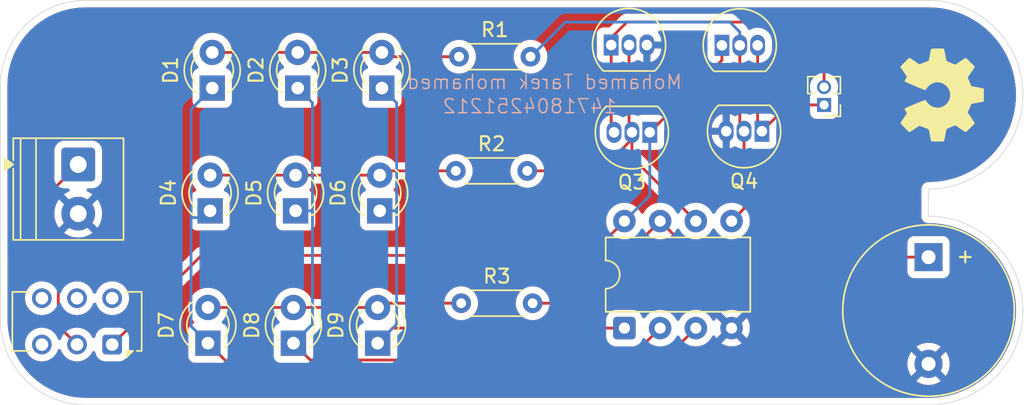
<source format=kicad_pcb>
(kicad_pcb (version 20241229) (generator "pcbnew") (generator_version "9.0")
  (layers (0 "F.Cu" signal) (2 "B.Cu" signal) (13 "F.Paste" user) (15 "B.Paste" user) (5 "F.SilkS" user "F.Silkscreen") (7 "B.SilkS" user "B.Silkscreen") (1 "F.Mask" user) (3 "B.Mask" user) (25 "Edge.Cuts" user))
  (net 0 "")
  (net 1 "PB2")
  (net 2 "GND")
  (net 3 "Net-(D1-A)")
  (net 4 "PB3")
  (net 5 "PB4")
  (net 6 "PB5")
  (net 7 "Net-(D4-A)")
  (net 8 "Net-(D7-A)")
  (net 9 "IN_POWER")
  (net 10 "Net-(M1-+)")
  (net 11 "Net-(M1--)")
  (net 12 "PB0")
  (net 13 "+5V")
  (net 14 "PB1")
  (footprint "LED_THT:LED_D3.0mm" (layer "F.Cu") (at 88.143 39.3954 90)
    (property "Reference" "D4" (at 1.27 -2.96 90) (layer "F.SilkS"))
    (property "Value" "LED" (hide yes))
    (fp_line (start -0.29 -1.236) (end -0.29 -1.08) (stroke (width 0.12)) (layer "F.SilkS"))
    (fp_line (start -0.29 1.08) (end -0.29 1.236) (stroke (width 0.12)) (layer "F.SilkS"))
    (fp_arc (start -0.29 -1.235516) (mid 1.365624 -1.987701) (end 2.941397 -1.080061) (stroke (width 0.12)) (layer "F.SilkS"))
    (fp_arc (start 0.229039 -1.08) (mid 1.269964 -1.5) (end 2.31091 -1.080049) (stroke (width 0.12)) (layer "F.SilkS"))
    (fp_arc (start 2.31091 1.080049) (mid 1.269964 1.5) (end 0.229039 1.08) (stroke (width 0.12)) (layer "F.SilkS"))
    (fp_arc (start 2.941397 1.080061) (mid 1.365624 1.987701) (end -0.29 1.235516) (stroke (width 0.12)) (layer "F.SilkS"))
    (pad "1" thru_hole rect (at 0 0 90) (size 1.8 1.8) (drill 0.9) (layers "*.Cu" "*.Mask") (net 5 "PB4"))
    (pad "2" thru_hole circle (at 2.54 0 90) (size 1.8 1.8) (drill 0.9) (layers "*.Cu" "*.Mask") (net 7 "Net-(D4-A)"))
  )
  (footprint "LED_THT:LED_D3.0mm" (layer "F.Cu") (at 88.2954 30.6578 90)
    (property "Reference" "D1" (at 1.27 -2.96 90) (layer "F.SilkS"))
    (property "Value" "LED" (hide yes))
    (fp_line (start -0.29 -1.236) (end -0.29 -1.08) (stroke (width 0.12)) (layer "F.SilkS"))
    (fp_line (start -0.29 1.08) (end -0.29 1.236) (stroke (width 0.12)) (layer "F.SilkS"))
    (fp_arc (start -0.29 -1.235516) (mid 1.365624 -1.987701) (end 2.941397 -1.080061) (stroke (width 0.12)) (layer "F.SilkS"))
    (fp_arc (start 0.229039 -1.08) (mid 1.269964 -1.5) (end 2.31091 -1.080049) (stroke (width 0.12)) (layer "F.SilkS"))
    (fp_arc (start 2.31091 1.080049) (mid 1.269964 1.5) (end 0.229039 1.08) (stroke (width 0.12)) (layer "F.SilkS"))
    (fp_arc (start 2.941397 1.080061) (mid 1.365624 1.987701) (end -0.29 1.235516) (stroke (width 0.12)) (layer "F.SilkS"))
    (pad "1" thru_hole rect (at 0 0 90) (size 1.8 1.8) (drill 0.9) (layers "*.Cu" "*.Mask") (net 5 "PB4"))
    (pad "2" thru_hole circle (at 2.54 0 90) (size 1.8 1.8) (drill 0.9) (layers "*.Cu" "*.Mask") (net 3 "Net-(D1-A)"))
  )
  (footprint "LED_THT:LED_D3.0mm" (layer "F.Cu") (at 100.0556 48.8188 90)
    (property "Reference" "D9" (at 1.27 -2.96 90) (layer "F.SilkS"))
    (property "Value" "LED" (hide yes))
    (fp_line (start -0.29 -1.236) (end -0.29 -1.08) (stroke (width 0.12)) (layer "F.SilkS"))
    (fp_line (start -0.29 1.08) (end -0.29 1.236) (stroke (width 0.12)) (layer "F.SilkS"))
    (fp_arc (start -0.29 -1.235516) (mid 1.365624 -1.987701) (end 2.941397 -1.080061) (stroke (width 0.12)) (layer "F.SilkS"))
    (fp_arc (start 0.229039 -1.08) (mid 1.269964 -1.5) (end 2.31091 -1.080049) (stroke (width 0.12)) (layer "F.SilkS"))
    (fp_arc (start 2.31091 1.080049) (mid 1.269964 1.5) (end 0.229039 1.08) (stroke (width 0.12)) (layer "F.SilkS"))
    (fp_arc (start 2.941397 1.080061) (mid 1.365624 1.987701) (end -0.29 1.235516) (stroke (width 0.12)) (layer "F.SilkS"))
    (pad "1" thru_hole rect (at 0 0 90) (size 1.8 1.8) (drill 0.9) (layers "*.Cu" "*.Mask") (net 6 "PB5"))
    (pad "2" thru_hole circle (at 2.54 0 90) (size 1.8 1.8) (drill 0.9) (layers "*.Cu" "*.Mask") (net 8 "Net-(D7-A)"))
  )
  (footprint "Button_Switch_THT:SW_CK_JS202011CQN_DPDT_Straight" (layer "F.Cu") (at 81.1796 48.9184 180)
    (property "Reference" "SW1" (hide yes))
    (property "Value" "SW_DPDT_x2" (hide yes))
    (fp_line (start 7.1 3.75) (end 5.9 3.75) (stroke (width 0.12)) (layer "F.SilkS"))
    (fp_line (start 7.1 -0.45) (end 7.1 3.75) (stroke (width 0.12)) (layer "F.SilkS"))
    (fp_line (start 5.9 -0.45) (end 7.1 -0.45) (stroke (width 0.12)) (layer "F.SilkS"))
    (fp_line (start -1.75 -0.45) (end -2.1 -0.45) (stroke (width 0.12)) (layer "F.SilkS"))
    (fp_line (start -2.1 3.75) (end -0.9 3.75) (stroke (width 0.12)) (layer "F.SilkS"))
    (fp_line (start -2.1 -0.45) (end -2.1 3.75) (stroke (width 0.12)) (layer "F.SilkS"))
    (fp_poly (pts (xy -1 -0.45) (xy -1.48 -0.45) (xy -1 -0.93) (xy -1 -0.45)) (stroke (width 0.12)) (fill yes) (layer "F.SilkS"))
    (pad "1" thru_hole roundrect (at 0 0 180) (size 1.4 1.4) (drill 0.9) (layers "*.Cu" "*.Mask") (roundrect_rratio 0.1785714286) (net 13 "+5V"))
    (pad "2" thru_hole circle (at 2.5 0 180) (size 1.4 1.4) (drill 0.9) (layers "*.Cu" "*.Mask") (net 9 "IN_POWER"))
    (pad "3" thru_hole circle (at 5 0 180) (size 1.4 1.4) (drill 0.9) (layers "*.Cu" "*.Mask"))
    (pad "4" thru_hole circle (at 5 3.3 180) (size 1.4 1.4) (drill 0.9) (layers "*.Cu" "*.Mask"))
    (pad "5" thru_hole circle (at 2.5 3.3 180) (size 1.4 1.4) (drill 0.9) (layers "*.Cu" "*.Mask"))
    (pad "6" thru_hole circle (at 0 3.3 180) (size 1.4 1.4) (drill 0.9) (layers "*.Cu" "*.Mask"))
  )
  (footprint "LED_THT:LED_D3.0mm" (layer "F.Cu") (at 94.375 30.6578 90)
    (property "Reference" "D2" (at 1.27 -2.96 90) (layer "F.SilkS"))
    (property "Value" "LED" (hide yes))
    (fp_line (start -0.29 -1.236) (end -0.29 -1.08) (stroke (width 0.12)) (layer "F.SilkS"))
    (fp_line (start -0.29 1.08) (end -0.29 1.236) (stroke (width 0.12)) (layer "F.SilkS"))
    (fp_arc (start -0.29 -1.235516) (mid 1.365624 -1.987701) (end 2.941397 -1.080061) (stroke (width 0.12)) (layer "F.SilkS"))
    (fp_arc (start 0.229039 -1.08) (mid 1.269964 -1.5) (end 2.31091 -1.080049) (stroke (width 0.12)) (layer "F.SilkS"))
    (fp_arc (start 2.31091 1.080049) (mid 1.269964 1.5) (end 0.229039 1.08) (stroke (width 0.12)) (layer "F.SilkS"))
    (fp_arc (start 2.941397 1.080061) (mid 1.365624 1.987701) (end -0.29 1.235516) (stroke (width 0.12)) (layer "F.SilkS"))
    (pad "1" thru_hole rect (at 0 0 90) (size 1.8 1.8) (drill 0.9) (layers "*.Cu" "*.Mask") (net 4 "PB3"))
    (pad "2" thru_hole circle (at 2.54 0 90) (size 1.8 1.8) (drill 0.9) (layers "*.Cu" "*.Mask") (net 3 "Net-(D1-A)"))
  )
  (footprint "Package_TO_SOT_THT:TO-92_Inline" (layer "F.Cu") (at 124.5412 27.6142)
    (property "Reference" "Q1" (hide yes))
    (property "Value" "BC547" (hide yes))
    (fp_line (start -0.53 1.85) (end 3.07 1.85) (stroke (width 0.12)) (layer "F.SilkS"))
    (fp_arc (start -0.568478 1.838478) (mid -1.132087 -0.994977) (end 1.27 -2.6) (stroke (width 0.12)) (layer "F.SilkS"))
    (fp_arc (start 1.27 -2.6) (mid 3.672087 -0.994977) (end 3.108478 1.838478) (stroke (width 0.12)) (layer "F.SilkS"))
    (pad "1" thru_hole rect (at 0 0) (size 1.05 1.5) (drill 0.75) (layers "*.Cu" "*.Mask") (net 13 "+5V"))
    (pad "2" thru_hole oval (at 1.27 0) (size 1.05 1.5) (drill 0.75) (layers "*.Cu" "*.Mask") (net 12 "PB0"))
    (pad "3" thru_hole oval (at 2.54 0) (size 1.05 1.5) (drill 0.75) (layers "*.Cu" "*.Mask") (net 10 "Net-(M1-+)"))
  )
  (footprint "LED_THT:LED_D3.0mm" (layer "F.Cu") (at 100.3604 30.6578 90)
    (property "Reference" "D3" (at 1.27 -2.96 90) (layer "F.SilkS"))
    (property "Value" "LED" (hide yes))
    (fp_line (start -0.29 -1.236) (end -0.29 -1.08) (stroke (width 0.12)) (layer "F.SilkS"))
    (fp_line (start -0.29 1.08) (end -0.29 1.236) (stroke (width 0.12)) (layer "F.SilkS"))
    (fp_arc (start -0.29 -1.235516) (mid 1.365624 -1.987701) (end 2.941397 -1.080061) (stroke (width 0.12)) (layer "F.SilkS"))
    (fp_arc (start 0.229039 -1.08) (mid 1.269964 -1.5) (end 2.31091 -1.080049) (stroke (width 0.12)) (layer "F.SilkS"))
    (fp_arc (start 2.31091 1.080049) (mid 1.269964 1.5) (end 0.229039 1.08) (stroke (width 0.12)) (layer "F.SilkS"))
    (fp_arc (start 2.941397 1.080061) (mid 1.365624 1.987701) (end -0.29 1.235516) (stroke (width 0.12)) (layer "F.SilkS"))
    (pad "1" thru_hole rect (at 0 0 90) (size 1.8 1.8) (drill 0.9) (layers "*.Cu" "*.Mask") (net 6 "PB5"))
    (pad "2" thru_hole circle (at 2.54 0 90) (size 1.8 1.8) (drill 0.9) (layers "*.Cu" "*.Mask") (net 3 "Net-(D1-A)"))
  )
  (footprint "Package_TO_SOT_THT:TO-92_Inline" (layer "F.Cu") (at 116.6672 27.5888)
    (property "Reference" "Q2" (hide yes))
    (property "Value" "BC547" (hide yes))
    (fp_line (start -0.53 1.85) (end 3.07 1.85) (stroke (width 0.12)) (layer "F.SilkS"))
    (fp_arc (start -0.568478 1.838478) (mid -1.132087 -0.994977) (end 1.27 -2.6) (stroke (width 0.12)) (layer "F.SilkS"))
    (fp_arc (start 1.27 -2.6) (mid 3.672087 -0.994977) (end 3.108478 1.838478) (stroke (width 0.12)) (layer "F.SilkS"))
    (pad "1" thru_hole rect (at 0 0) (size 1.05 1.5) (drill 0.75) (layers "*.Cu" "*.Mask") (net 11 "Net-(M1--)"))
    (pad "2" thru_hole oval (at 1.27 0) (size 1.05 1.5) (drill 0.75) (layers "*.Cu" "*.Mask") (net 14 "PB1"))
    (pad "3" thru_hole oval (at 2.54 0) (size 1.05 1.5) (drill 0.75) (layers "*.Cu" "*.Mask") (net 2 "GND"))
  )
  (footprint "TerminalBlock_Phoenix:TerminalBlock_Phoenix_PT-1,5-2-3.5-H_1x02_P3.50mm_Horizontal" (layer "F.Cu") (at 78.7647 36.096 -90)
    (property "Reference" "J1" (hide yes))
    (property "Value" "Conn_01x02_Socket" (hide yes))
    (fp_line (start -1.87 4.62) (end -0.3 4.62) (stroke (width 0.12)) (layer "F.SilkS"))
    (fp_line (start 0.3 4.62) (end 5.37 4.62) (stroke (width 0.12)) (layer "F.SilkS"))
    (fp_line (start -1.87 4.1) (end 5.37 4.1) (stroke (width 0.12)) (layer "F.SilkS"))
    (fp_line (start -1.87 3) (end 5.37 3) (stroke (width 0.12)) (layer "F.SilkS"))
    (fp_line (start -1.87 -3.22) (end -1.87 4.62) (stroke (width 0.12)) (layer "F.SilkS"))
    (fp_line (start -1.87 -3.22) (end 5.37 -3.22) (stroke (width 0.12)) (layer "F.SilkS"))
    (fp_line (start 5.37 -3.22) (end 5.37 4.62) (stroke (width 0.12)) (layer "F.SilkS"))
    (fp_poly (pts (xy 0 4.62) (xy 0.44 5.23) (xy -0.44 5.23)) (stroke (width 0.12)) (fill yes) (layer "F.SilkS"))
    (pad "1" thru_hole roundrect (at 0 0 270) (size 2.4 2.4) (drill 1.2) (layers "*.Cu" "*.Mask") (roundrect_rratio 0.104167) (net 9 "IN_POWER"))
    (pad "2" thru_hole circle (at 3.5 0 270) (size 2.4 2.4) (drill 1.2) (layers "*.Cu" "*.Mask") (net 2 "GND"))
  )
  (footprint "Buzzer_Beeper:Buzzer_12x9.5RM7.6" (layer "F.Cu") (at 139.233991 42.69469 -90)
    (property "Reference" "BZ1" (hide yes))
    (property "Value" "Buzzer" (hide yes))
    (fp_circle (center 3.8 0) (end 9.9 0) (stroke (width 0.12)) (fill no) (layer "F.SilkS"))
    (fp_text user "+" (at -0.01 -2.54 90) (layer "F.SilkS"))
    (pad "1" thru_hole rect (at 0 0 270) (size 2 2) (drill 1) (layers "*.Cu" "*.Mask") (net 1 "PB2"))
    (pad "2" thru_hole circle (at 7.6 0 270) (size 2 2) (drill 1) (layers "*.Cu" "*.Mask") (net 2 "GND"))
  )
  (footprint "Resistor_THT:R_Axial_DIN0204_L3.6mm_D1.6mm_P5.08mm_Horizontal" (layer "F.Cu") (at 105.8468 28.4226)
    (property "Reference" "R1" (at 2.54 -1.92 0) (layer "F.SilkS"))
    (property "Value" "R" (hide yes))
    (fp_line (start 0.62 -0.92) (end 4.46 -0.92) (stroke (width 0.12)) (layer "F.SilkS"))
    (fp_line (start 0.62 0.92) (end 4.46 0.92) (stroke (width 0.12)) (layer "F.SilkS"))
    (pad "1" thru_hole circle (at 0 0) (size 1.4 1.4) (drill 0.7) (layers "*.Cu" "*.Mask") (net 3 "Net-(D1-A)"))
    (pad "2" thru_hole oval (at 5.08 0) (size 1.4 1.4) (drill 0.7) (layers "*.Cu" "*.Mask") (net 12 "PB0"))
  )
  (footprint "LED_THT:LED_D3.0mm" (layer "F.Cu") (at 100.208 39.3954 90)
    (property "Reference" "D6" (at 1.27 -2.96 90) (layer "F.SilkS"))
    (property "Value" "LED" (hide yes))
    (fp_line (start -0.29 -1.236) (end -0.29 -1.08) (stroke (width 0.12)) (layer "F.SilkS"))
    (fp_line (start -0.29 1.08) (end -0.29 1.236) (stroke (width 0.12)) (layer "F.SilkS"))
    (fp_arc (start -0.29 -1.235516) (mid 1.365624 -1.987701) (end 2.941397 -1.080061) (stroke (width 0.12)) (layer "F.SilkS"))
    (fp_arc (start 0.229039 -1.08) (mid 1.269964 -1.5) (end 2.31091 -1.080049) (stroke (width 0.12)) (layer "F.SilkS"))
    (fp_arc (start 2.31091 1.080049) (mid 1.269964 1.5) (end 0.229039 1.08) (stroke (width 0.12)) (layer "F.SilkS"))
    (fp_arc (start 2.941397 1.080061) (mid 1.365624 1.987701) (end -0.29 1.235516) (stroke (width 0.12)) (layer "F.SilkS"))
    (pad "1" thru_hole rect (at 0 0 90) (size 1.8 1.8) (drill 0.9) (layers "*.Cu" "*.Mask") (net 6 "PB5"))
    (pad "2" thru_hole circle (at 2.54 0 90) (size 1.8 1.8) (drill 0.9) (layers "*.Cu" "*.Mask") (net 7 "Net-(D4-A)"))
  )
  (footprint "Resistor_THT:R_Axial_DIN0204_L3.6mm_D1.6mm_P5.08mm_Horizontal" (layer "F.Cu") (at 105.9992 45.974)
    (property "Reference" "R3" (at 2.54 -1.92 0) (layer "F.SilkS"))
    (property "Value" "R" (hide yes))
    (fp_line (start 0.62 -0.92) (end 4.46 -0.92) (stroke (width 0.12)) (layer "F.SilkS"))
    (fp_line (start 0.62 0.92) (end 4.46 0.92) (stroke (width 0.12)) (layer "F.SilkS"))
    (pad "1" thru_hole circle (at 0 0) (size 1.4 1.4) (drill 0.7) (layers "*.Cu" "*.Mask") (net 8 "Net-(D7-A)"))
    (pad "2" thru_hole oval (at 5.08 0) (size 1.4 1.4) (drill 0.7) (layers "*.Cu" "*.Mask") (net 1 "PB2"))
  )
  (footprint "Connector_PinHeader_1.27mm:PinHeader_1x02_P1.27mm_Vertical" (layer "F.Cu") (at 131.8056 31.856 180)
    (property "Reference" "M1" (hide yes))
    (property "Value" "Motor_DC" (hide yes))
    (fp_line (start 1.16 0.81) (end 1.16 2.015) (stroke (width 0.12)) (layer "F.SilkS"))
    (fp_line (start 0.666708 0.81) (end 1.16 0.81) (stroke (width 0.12)) (layer "F.SilkS"))
    (fp_line (start 0.317923 2.015) (end 1.16 2.015) (stroke (width 0.12)) (layer "F.SilkS"))
    (fp_line (start -1.16 2.015) (end -0.317923 2.015) (stroke (width 0.12)) (layer "F.SilkS"))
    (fp_line (start -1.16 0.81) (end -0.666708 0.81) (stroke (width 0.12)) (layer "F.SilkS"))
    (fp_line (start -1.16 0.81) (end -1.16 2.015) (stroke (width 0.12)) (layer "F.SilkS"))
    (fp_line (start -1.16 0) (end -1.16 -0.81) (stroke (width 0.12)) (layer "F.SilkS"))
    (fp_line (start -1.16 -0.81) (end 0 -0.81) (stroke (width 0.12)) (layer "F.SilkS"))
    (pad "1" thru_hole rect (at 0 0 180) (size 1 1) (drill 0.65) (layers "*.Cu" "*.Mask") (net 10 "Net-(M1-+)"))
    (pad "2" thru_hole circle (at 0 1.27 180) (size 1 1) (drill 0.65) (layers "*.Cu" "*.Mask") (net 11 "Net-(M1--)"))
  )
  (footprint "Package_TO_SOT_THT:TO-92_Inline" (layer "F.Cu") (at 119.4104 33.8074 180)
    (property "Reference" "Q3" (at 1.27 -3.56 0) (layer "F.SilkS"))
    (property "Value" "BC547" (hide yes))
    (fp_line (start -0.53 1.85) (end 3.07 1.85) (stroke (width 0.12)) (layer "F.SilkS"))
    (fp_arc (start 1.27 -2.6) (mid 3.672087 -0.994977) (end 3.108478 1.838478) (stroke (width 0.12)) (layer "F.SilkS"))
    (fp_arc (start -0.568478 1.838478) (mid -1.132087 -0.994977) (end 1.27 -2.6) (stroke (width 0.12)) (layer "F.SilkS"))
    (pad "1" thru_hole rect (at 0 0 180) (size 1.05 1.5) (drill 0.75) (layers "*.Cu" "*.Mask") (net 13 "+5V"))
    (pad "2" thru_hole oval (at 1.27 0 180) (size 1.05 1.5) (drill 0.75) (layers "*.Cu" "*.Mask") (net 14 "PB1"))
    (pad "3" thru_hole oval (at 2.54 0 180) (size 1.05 1.5) (drill 0.75) (layers "*.Cu" "*.Mask") (net 11 "Net-(M1--)"))
  )
  (footprint "LED_THT:LED_D3.0mm" (layer "F.Cu") (at 87.9906 48.8188 90)
    (property "Reference" "D7" (at 1.27 -2.96 90) (layer "F.SilkS"))
    (property "Value" "LED" (hide yes))
    (fp_line (start -0.29 -1.236) (end -0.29 -1.08) (stroke (width 0.12)) (layer "F.SilkS"))
    (fp_line (start -0.29 1.08) (end -0.29 1.236) (stroke (width 0.12)) (layer "F.SilkS"))
    (fp_arc (start -0.29 -1.235516) (mid 1.365624 -1.987701) (end 2.941397 -1.080061) (stroke (width 0.12)) (layer "F.SilkS"))
    (fp_arc (start 0.229039 -1.08) (mid 1.269964 -1.5) (end 2.31091 -1.080049) (stroke (width 0.12)) (layer "F.SilkS"))
    (fp_arc (start 2.31091 1.080049) (mid 1.269964 1.5) (end 0.229039 1.08) (stroke (width 0.12)) (layer "F.SilkS"))
    (fp_arc (start 2.941397 1.080061) (mid 1.365624 1.987701) (end -0.29 1.235516) (stroke (width 0.12)) (layer "F.SilkS"))
    (pad "1" thru_hole rect (at 0 0 90) (size 1.8 1.8) (drill 0.9) (layers "*.Cu" "*.Mask") (net 5 "PB4"))
    (pad "2" thru_hole circle (at 2.54 0 90) (size 1.8 1.8) (drill 0.9) (layers "*.Cu" "*.Mask") (net 8 "Net-(D7-A)"))
  )
  (footprint "Package_TO_SOT_THT:TO-92_Inline" (layer "F.Cu") (at 127.386 33.7312 180)
    (property "Reference" "Q4" (at 1.27 -3.56 0) (layer "F.SilkS"))
    (property "Value" "BC547" (hide yes))
    (fp_line (start -0.53 1.85) (end 3.07 1.85) (stroke (width 0.12)) (layer "F.SilkS"))
    (fp_arc (start 1.27 -2.6) (mid 3.672087 -0.994977) (end 3.108478 1.838478) (stroke (width 0.12)) (layer "F.SilkS"))
    (fp_arc (start -0.568478 1.838478) (mid -1.132087 -0.994977) (end 1.27 -2.6) (stroke (width 0.12)) (layer "F.SilkS"))
    (pad "1" thru_hole rect (at 0 0 180) (size 1.05 1.5) (drill 0.75) (layers "*.Cu" "*.Mask") (net 10 "Net-(M1-+)"))
    (pad "2" thru_hole oval (at 1.27 0 180) (size 1.05 1.5) (drill 0.75) (layers "*.Cu" "*.Mask") (net 12 "PB0"))
    (pad "3" thru_hole oval (at 2.54 0 180) (size 1.05 1.5) (drill 0.75) (layers "*.Cu" "*.Mask") (net 2 "GND"))
  )
  (footprint "LED_THT:LED_D3.0mm" (layer "F.Cu") (at 94.0702 48.8188 90)
    (property "Reference" "D8" (at 1.27 -2.96 90) (layer "F.SilkS"))
    (property "Value" "LED" (hide yes))
    (fp_line (start -0.29 -1.236) (end -0.29 -1.08) (stroke (width 0.12)) (layer "F.SilkS"))
    (fp_line (start -0.29 1.08) (end -0.29 1.236) (stroke (width 0.12)) (layer "F.SilkS"))
    (fp_arc (start -0.29 -1.235516) (mid 1.365624 -1.987701) (end 2.941397 -1.080061) (stroke (width 0.12)) (layer "F.SilkS"))
    (fp_arc (start 0.229039 -1.08) (mid 1.269964 -1.5) (end 2.31091 -1.080049) (stroke (width 0.12)) (layer "F.SilkS"))
    (fp_arc (start 2.31091 1.080049) (mid 1.269964 1.5) (end 0.229039 1.08) (stroke (width 0.12)) (layer "F.SilkS"))
    (fp_arc (start 2.941397 1.080061) (mid 1.365624 1.987701) (end -0.29 1.235516) (stroke (width 0.12)) (layer "F.SilkS"))
    (pad "1" thru_hole rect (at 0 0 90) (size 1.8 1.8) (drill 0.9) (layers "*.Cu" "*.Mask") (net 4 "PB3"))
    (pad "2" thru_hole circle (at 2.54 0 90) (size 1.8 1.8) (drill 0.9) (layers "*.Cu" "*.Mask") (net 8 "Net-(D7-A)"))
  )
  (footprint "Resistor_THT:R_Axial_DIN0204_L3.6mm_D1.6mm_P5.08mm_Horizontal" (layer "F.Cu") (at 105.6182 36.5506)
    (property "Reference" "R2" (at 2.54 -1.92 0) (layer "F.SilkS"))
    (property "Value" "R" (hide yes))
    (fp_line (start 0.62 -0.92) (end 4.46 -0.92) (stroke (width 0.12)) (layer "F.SilkS"))
    (fp_line (start 0.62 0.92) (end 4.46 0.92) (stroke (width 0.12)) (layer "F.SilkS"))
    (pad "1" thru_hole circle (at 0 0) (size 1.4 1.4) (drill 0.7) (layers "*.Cu" "*.Mask") (net 7 "Net-(D4-A)"))
    (pad "2" thru_hole oval (at 5.08 0) (size 1.4 1.4) (drill 0.7) (layers "*.Cu" "*.Mask") (net 14 "PB1"))
  )
  (footprint "LED_THT:LED_D3.0mm" (layer "F.Cu") (at 94.2226 39.3954 90)
    (property "Reference" "D5" (at 1.27 -2.96 90) (layer "F.SilkS"))
    (property "Value" "LED" (hide yes))
    (fp_line (start -0.29 -1.236) (end -0.29 -1.08) (stroke (width 0.12)) (layer "F.SilkS"))
    (fp_line (start -0.29 1.08) (end -0.29 1.236) (stroke (width 0.12)) (layer "F.SilkS"))
    (fp_arc (start -0.29 -1.235516) (mid 1.365624 -1.987701) (end 2.941397 -1.080061) (stroke (width 0.12)) (layer "F.SilkS"))
    (fp_arc (start 0.229039 -1.08) (mid 1.269964 -1.5) (end 2.31091 -1.080049) (stroke (width 0.12)) (layer "F.SilkS"))
    (fp_arc (start 2.31091 1.080049) (mid 1.269964 1.5) (end 0.229039 1.08) (stroke (width 0.12)) (layer "F.SilkS"))
    (fp_arc (start 2.941397 1.080061) (mid 1.365624 1.987701) (end -0.29 1.235516) (stroke (width 0.12)) (layer "F.SilkS"))
    (pad "1" thru_hole rect (at 0 0 90) (size 1.8 1.8) (drill 0.9) (layers "*.Cu" "*.Mask") (net 4 "PB3"))
    (pad "2" thru_hole circle (at 2.54 0 90) (size 1.8 1.8) (drill 0.9) (layers "*.Cu" "*.Mask") (net 7 "Net-(D4-A)"))
  )
  (footprint "Symbol:OSHW-Symbol_6.7x6mm_SilkScreen" (layer "F.Cu") (at 140.1876 31.1404 -90)
    (property "Reference" "REF**" (hide yes))
    (property "Value" "OSHW-Symbol_6.7x6mm_SilkScreen" (hide yes))
    (fp_poly (pts (xy 0.555814 -2.531069) (xy 0.639635 -2.086445) (xy 0.94892 -1.958947) (xy 1.258206 -1.831449) (xy 1.629246 -2.083754) (xy 1.733157 -2.154004) (xy 1.827087 -2.216728) (xy 1.906652 -2.269062) (xy 1.96747 -2.308143) (xy 2.005157 -2.331107) (xy 2.015421 -2.336058) (xy 2.03391 -2.323324) (xy 2.07342 -2.288118) (xy 2.129522 -2.234938) (xy 2.197787 -2.168282) (xy 2.273786 -2.092646) (xy 2.353092 -2.012528) (xy 2.431275 -1.932426) (xy 2.503907 -1.856836) (xy 2.566559 -1.790255) (xy 2.614803 -1.737182) (xy 2.64421 -1.702113) (xy 2.651241 -1.690377) (xy 2.641123 -1.66874) (xy 2.612759 -1.621338) (xy 2.569129 -1.552807) (xy 2.513218 -1.467785) (xy 2.448006 -1.370907) (xy 2.410219 -1.31565) (xy 2.341343 -1.214752) (xy 2.28014 -1.123701) (xy 2.229578 -1.04703) (xy 2.192628 -0.989272) (xy 2.172258 -0.954957) (xy 2.169197 -0.947746) (xy 2.176136 -0.927252) (xy 2.195051 -0.879487) (xy 2.223087 -0.811168) (xy 2.257391 -0.729011) (xy 2.295109 -0.63973) (xy 2.333387 -0.550042) (xy 2.36937 -0.466662) (xy 2.400206 -0.396306) (xy 2.423039 -0.34569) (xy 2.435017 -0.321529) (xy 2.435724 -0.320578) (xy 2.454531 -0.315964) (xy 2.504618 -0.305672) (xy 2.580793 -0.290713) (xy 2.677865 -0.272099) (xy 2.790643 -0.250841) (xy 2.856442 -0.238582) (xy 2.97695 -0.215638) (xy 3.085797 -0.193805) (xy 3.177476 -0.174278) (xy 3.246481 -0.158252) (xy 3.287304 -0.146921) (xy 3.295511 -0.143326) (xy 3.303548 -0.118994) (xy 3.310033 -0.064041) (xy 3.31497 0.015108) (xy 3.318364 0.112026) (xy 3.320218 0.220287) (xy 3.320538 0.333465) (xy 3.319327 0.445135) (xy 3.31659 0.548868) (xy 3.312331 0.638241) (xy 3.306555 0.706826) (xy 3.299267 0.748197) (xy 3.294895 0.75681) (xy 3.268764 0.767133) (xy 3.213393 0.781892) (xy 3.136107 0.799352) (xy 3.04423 0.81778) (xy 3.012158 0.823741) (xy 2.857524 0.852066) (xy 2.735375 0.874876) (xy 2.641673 0.89308) (xy 2.572384 0.907583) (xy 2.523471 0.919292) (xy 2.490897 0.929115) (xy 2.470628 0.937956) (xy 2.458626 0.946724) (xy 2.456947 0.948457) (xy 2.440184 0.976371) (xy 2.414614 1.030695) (xy 2.382788 1.104777) (xy 2.34726 1.191965) (xy 2.310583 1.285608) (xy 2.275311 1.379052) (xy 2.243996 1.465647) (xy 2.219193 1.53874) (xy 2.203454 1.591678) (xy 2.199332 1.617811) (xy 2.199676 1.618726) (xy 2.213641 1.640086) (xy 2.245322 1.687084) (xy 2.291391 1.754827) (xy 2.348518 1.838423) (xy 2.413373 1.932982) (xy 2.431843 1.959854) (xy 2.497699 2.057275) (xy 2.55565 2.146163) (xy 2.602538 2.221412) (xy 2.635207 2.27792) (xy 2.6505 2.310581) (xy 2.651241 2.314593) (xy 2.638392 2.335684) (xy 2.602888 2.377464) (xy 2.549293 2.435445) (xy 2.482171 2.505135) (xy 2.406087 2.582045) (xy 2.325604 2.661683) (xy 2.245287 2.739561) (xy 2.169699 2.811186) (xy 2.103405 2.87207) (xy 2.050969 2.917721) (xy 2.016955 2.94365) (xy 2.007545 2.947883) (xy 1.985643 2.937912) (xy 1.9408 2.91102) (xy 1.880321 2.871736) (xy 1.833789 2.840117) (xy 1.749475 2.782098) (xy 1.649626 2.713784) (xy 1.549473 2.645579) (xy 1.495627 2.609075) (xy 1.313371 2.4858) (xy 1.160381 2.56852) (xy 1.090682 2.604759) (xy 1.031414 2.632926) (xy 0.991311 2.648991) (xy 0.981103 2.651226) (xy 0.968829 2.634722) (xy 0.944613 2.588082) (xy 0.910263 2.515609) (xy 0.867588 2.421606) (xy 0.818394 2.310374) (xy 0.76449 2.186215) (xy 0.707684 2.053432) (xy 0.649782 1.916327) (xy 0.592593 1.779202) (xy 0.537924 1.646358) (xy 0.487584 1.522098) (xy 0.44338 1.410725) (xy 0.407119 1.316539) (xy 0.380609 1.243844) (xy 0.365658 1.196941) (xy 0.363254 1.180833) (xy 0.382311 1.160286) (xy 0.424036 1.126933) (xy 0.479706 1.087702) (xy 0.484378 1.084599) (xy 0.628264 0.969423) (xy 0.744283 0.835053) (xy 0.83143 0.685784) (xy 0.888699 0.525913) (xy 0.915086 0.359737) (xy 0.909585 0.191552) (xy 0.87119 0.025655) (xy 0.798895 -0.133658) (xy 0.777626 -0.168513) (xy 0.666996 -0.309263) (xy 0.536302 -0.422286) (xy 0.390064 -0.506997) (xy 0.232808 -0.562806) (xy 0.069057 -0.589126) (xy -0.096667 -0.58537) (xy -0.259838 -0.55095) (xy -0.415935 -0.485277) (xy -0.560433 -0.387765) (xy -0.605131 -0.348187) (xy -0.718888 -0.224297) (xy -0.801782 -0.093876) (xy -0.858644 0.052315) (xy -0.890313 0.197088) (xy -0.898131 0.35986) (xy -0.872062 0.52344) (xy -0.814755 0.682298) (xy -0.728856 0.830906) (xy -0.617014 0.963735) (xy -0.481877 1.075256) (xy -0.464117 1.087011) (xy -0.40785 1.125508) (xy -0.365077 1.158863) (xy -0.344628 1.18016) (xy -0.344331 1.180833) (xy -0.348721 1.203871) (xy -0.366124 1.256157) (xy -0.394732 1.33339) (xy -0.432735 1.431268) (xy -0.478326 1.545491) (xy -0.529697 1.671758) (xy -0.585038 1.805767) (xy -0.642542 1.943218) (xy -0.700399 2.079808) (xy -0.756802 2.211237) (xy -0.809942 2.333205) (xy -0.85801 2.441409) (xy -0.899199 2.531549) (xy -0.931699 2.599323) (xy -0.953703 2.64043) (xy -0.962564 2.651226) (xy -0.98964 2.642819) (xy -1.040303 2.620272) (xy -1.105817 2.587613) (xy -1.141841 2.56852) (xy -1.294832 2.4858) (xy -1.477088 2.609075) (xy -1.570125 2.672228) (xy -1.671985 2.741727) (xy -1.767438 2.807165) (xy -1.81525 2.840117) (xy -1.882495 2.885273) (xy -1.939436 2.921057) (xy -1.978646 2.942938) (xy -1.991381 2.947563) (xy -2.009917 2.935085) (xy -2.050941 2.900252) (xy -2.110475 2.846678) (xy -2.184542 2.777983) (xy -2.269165 2.697781) (xy -2.322685 2.646286) (xy -2.416319 2.554286) (xy -2.497241 2.471999) (xy -2.562177 2.402945) (xy -2.607858 2.350644) (xy -2.631011 2.318616) (xy -2.633232 2.312116) (xy -2.622924 2.287394) (xy -2.594439 2.237405) (xy -2.550937 2.167212) (xy -2.495577 2.081875) (xy -2.43152 1.986456) (xy -2.413303 1.959854) (xy -2.346927 1.863167) (xy -2.287378 1.776117) (xy -2.237984 1.703595) (xy -2.202075 1.650493) (xy -2.182981 1.621703) (xy -2.181136 1.618726) (xy -2.183895 1.595782) (xy -2.198538 1.545336) (xy -2.222513 1.474041) (xy -2.253266 1.388547) (xy -2.288244 1.295507) (xy -2.324893 1.201574) (xy -2.360661 1.113399) (xy -2.392994 1.037634) (xy -2.419338 0.980931) (xy -2.437142 0.949943) (xy -2.438407 0.948457) (xy -2.449294 0.939601) (xy -2.467682 0.930843) (xy -2.497606 0.921277) (xy -2.543103 0.909996) (xy -2.608209 0.896093) (xy -2.696961 0.878663) (xy -2.813393 0.856798) (xy -2.961542 0.829591) (xy -2.993618 0.823741) (xy -3.088686 0.805374) (xy -3.171565 0.787405) (xy -3.23493 0.771569) (xy -3.271458 0.7596) (xy -3.276356 0.75681) (xy -3.284427 0.732072) (xy -3.290987 0.67679) (xy -3.296033 0.597389) (xy -3.299559 0.500296) (xy -3.301561 0.391938) (xy -3.302036 0.27874) (xy -3.300977 0.167128) (xy -3.298382 0.063529) (xy -3.294246 -0.025632) (xy -3.288563 -0.093928) (xy -3.281331 -0.134934) (xy -3.276971 -0.143326) (xy -3.252698 -0.151792) (xy -3.197426 -0.165565) (xy -3.116662 -0.18345) (xy -3.015912 -0.204252) (xy -2.900683 -0.226777) (xy -2.837902 -0.238582) (xy -2.718787 -0.260849) (xy -2.612565 -0.281021) (xy -2.524427 -0.298085) (xy -2.459566 -0.311031) (xy -2.423174 -0.318845) (xy -2.417184 -0.320578) (xy -2.407061 -0.34011) (xy -2.385662 -0.387157) (xy -2.355839 -0.454997) (xy -2.320445 -0.536909) (xy -2.282332 -0.626172) (xy -2.244353 -0.716065) (xy -2.20936 -0.799865) (xy -2.180206 -0.870853) (xy -2.159743 -0.922306) (xy -2.150823 -0.947503) (xy -2.150657 -0.948604) (xy -2.160769 -0.968481) (xy -2.189117 -1.014223) (xy -2.232723 -1.081283) (xy -2.288606 -1.165116) (xy -2.353787 -1.261174) (xy -2.391679 -1.31635) (xy -2.460725 -1.417519) (xy -2.52205 -1.50937) (xy -2.572663 -1.587256) (xy -2.609571 -1.646531) (xy -2.629782 -1.682549) (xy -2.632701 -1.690623) (xy -2.620153 -1.709416) (xy -2.585463 -1.749543) (xy -2.533063 -1.806507) (xy -2.467384 -1.875815) (xy -2.392856 -1.952969) (xy -2.313913 -2.033475) (xy -2.234983 -2.112837) (xy -2.1605 -2.18656) (xy -2.094894 -2.250148) (xy -2.042596 -2.299106) (xy -2.008039 -2.328939) (xy -1.996478 -2.336058) (xy -1.977654 -2.326047) (xy -1.932631 -2.297922) (xy -1.865787 -2.254546) (xy -1.781499 -2.198782) (xy -1.684144 -2.133494) (xy -1.610707 -2.083754) (xy -1.239667 -1.831449) (xy -0.621095 -2.086445) (xy -0.537275 -2.531069) (xy -0.453454 -2.975693) (xy 0.471994 -2.975693) (xy 0.555814 -2.531069)) (stroke (width 0.01)) (fill yes) (layer "F.SilkS"))
  )
  (footprint "Package_DIP:DIP-8_W7.62mm" (layer "F.Cu") (at 117.607 47.747 90)
    (property "Reference" "U1" (hide yes))
    (property "Value" "ATtiny45-20P")
    (fp_line (start 6.46 -1.33) (end 4.81 -1.33) (stroke (width 0.12)) (layer "F.SilkS"))
    (fp_line (start 2.81 -1.33) (end 1.16 -1.33) (stroke (width 0.12)) (layer "F.SilkS"))
    (fp_line (start 1.16 -1.33) (end 1.16 8.95) (stroke (width 0.12)) (layer "F.SilkS"))
    (fp_line (start 6.46 8.95) (end 6.46 -1.33) (stroke (width 0.12)) (layer "F.SilkS"))
    (fp_line (start 1.16 8.95) (end 6.46 8.95) (stroke (width 0.12)) (layer "F.SilkS"))
    (fp_arc (start 4.81 -1.33) (mid 3.81 -0.33) (end 2.81 -1.33) (stroke (width 0.12)) (layer "F.SilkS"))
    (pad "1" thru_hole roundrect (at 0 0 90) (size 1.6 1.6) (drill 0.8) (layers "*.Cu" "*.Mask") (roundrect_rratio 0.15625) (net 6 "PB5"))
    (pad "2" thru_hole circle (at 0 2.54 90) (size 1.6 1.6) (drill 0.8) (layers "*.Cu" "*.Mask") (net 4 "PB3"))
    (pad "3" thru_hole circle (at 0 5.08 90) (size 1.6 1.6) (drill 0.8) (layers "*.Cu" "*.Mask") (net 5 "PB4"))
    (pad "4" thru_hole circle (at 0 7.62 90) (size 1.6 1.6) (drill 0.8) (layers "*.Cu" "*.Mask") (net 2 "GND"))
    (pad "5" thru_hole circle (at 7.62 7.62 90) (size 1.6 1.6) (drill 0.8) (layers "*.Cu" "*.Mask") (net 12 "PB0"))
    (pad "6" thru_hole circle (at 7.62 5.08 90) (size 1.6 1.6) (drill 0.8) (layers "*.Cu" "*.Mask") (net 14 "PB1"))
    (pad "7" thru_hole circle (at 7.62 2.54 90) (size 1.6 1.6) (drill 0.8) (layers "*.Cu" "*.Mask") (net 1 "PB2"))
    (pad "8" thru_hole circle (at 7.62 0 90) (size 1.6 1.6) (drill 0.8) (layers "*.Cu" "*.Mask") (net 13 "+5V"))
  )
  (gr_line (start 79.3096 53.213) (end 139.233991 53.213008) (stroke (width 0.05)) (layer "Edge.Cuts"))
  (gr_line (start 139.234073 37.845989) (end 139.222409 39.7764) (stroke (width 0.05)) (layer "Edge.Cuts"))
  (gr_arc (start 139.2224 24.409401) (mid 145.95237 31.121853) (end 139.234073 37.845989) (stroke (width 0.05)) (layer "Edge.Cuts"))
  (gr_arc (start 73.227403 30.48) (mid 75.005441 26.187438) (end 79.298003 24.4094) (stroke (width 0.05)) (layer "Edge.Cuts"))
  (gr_arc (start 139.2224 39.776401) (mid 145.952307 46.488904) (end 139.233991 53.213009) (stroke (width 0.05)) (layer "Edge.Cuts"))
  (gr_line (start 139.2224 24.409401) (end 79.298 24.4094) (stroke (width 0.05)) (layer "Edge.Cuts"))
  (gr_line (start 73.227403 30.48) (end 73.238997 47.142428) (stroke (width 0.05)) (layer "Edge.Cuts"))
  (gr_arc (start 79.3038 53.213) (mid 75.014995 51.432923) (end 73.238997 47.142428) (stroke (width 0.05)) (layer "Edge.Cuts"))
  (gr_text "Mohamed Tarek mohamed" (at 121.7726 30.8102 0) (layer "B.SilkS") (effects (font (size 1 1) (thickness 0.1)) (justify left bottom mirror)))
  (gr_text "1471804251212" (at 117.1244 32.5374 0) (layer "B.SilkS") (effects (font (size 1 1) (thickness 0.1)) (justify left bottom mirror)))
  (segment (start 114.3 45.974) (end 120.147 40.127) (width 0.2) (layer "F.Cu") (net 1))
  (segment (start 139.233991 42.69469) (end 122.71469 42.69469) (width 0.2) (layer "F.Cu") (net 1))
  (segment (start 111.0792 45.974) (end 114.3 45.974) (width 0.2) (layer "F.Cu") (net 1))
  (segment (start 122.71469 42.69469) (end 120.147 40.127) (width 0.2) (layer "F.Cu") (net 1))
  (segment (start 124.846 33.2276) (end 124.846 33.7312) (width 0.2) (layer "B.Cu") (net 2))
  (segment (start 105.8468 28.4226) (end 100.6652 28.4226) (width 0.2) (layer "F.Cu") (net 3))
  (segment (start 100.3604 28.1178) (end 88.2954 28.1178) (width 0.2) (layer "F.Cu") (net 3))
  (segment (start 100.6652 28.4226) (end 100.3604 28.1178) (width 0.2) (layer "F.Cu") (net 3))
  (segment (start 95.2712 50.0198) (end 94.0702 48.8188) (width 0.2) (layer "F.Cu") (net 4))
  (segment (start 117.8742 50.0198) (end 95.2712 50.0198) (width 0.2) (layer "F.Cu") (net 4))
  (segment (start 120.147 47.747) (end 117.8742 50.0198) (width 0.2) (layer "F.Cu") (net 4))
  (segment (start 95.4236 39.497) (end 95.4236 47.4654) (width 0.2) (layer "B.Cu") (net 4))
  (segment (start 95.4236 47.4654) (end 94.0702 48.8188) (width 0.2) (layer "B.Cu") (net 4))
  (segment (start 94.2226 39.3954) (end 95.322 39.3954) (width 0.2) (layer "B.Cu") (net 4))
  (segment (start 95.322 39.3954) (end 95.4236 39.497) (width 0.2) (layer "B.Cu") (net 4))
  (segment (start 95.4236 31.7064) (end 95.4236 39.497) (width 0.2) (layer "B.Cu") (net 4))
  (segment (start 94.375 30.6578) (end 95.4236 31.7064) (width 0.2) (layer "B.Cu") (net 4))
  (segment (start 89.5926 50.4208) (end 87.9906 48.8188) (width 0.2) (layer "F.Cu") (net 5))
  (segment (start 122.687 47.747) (end 120.0132 50.4208) (width 0.2) (layer "F.Cu") (net 5))
  (segment (start 120.0132 50.4208) (end 89.5926 50.4208) (width 0.2) (layer "F.Cu") (net 5))
  (segment (start 86.7896 32.1636) (end 86.7896 39.878) (width 0.2) (layer "B.Cu") (net 5))
  (segment (start 86.7896 47.6178) (end 87.9906 48.8188) (width 0.2) (layer "B.Cu") (net 5))
  (segment (start 87.6604 39.878) (end 86.7896 39.878) (width 0.2) (layer "B.Cu") (net 5))
  (segment (start 88.2954 30.6578) (end 86.7896 32.1636) (width 0.2) (layer "B.Cu") (net 5))
  (segment (start 88.143 39.3954) (end 87.6604 39.878) (width 0.2) (layer "B.Cu") (net 5))
  (segment (start 86.7896 39.878) (end 86.7896 47.6178) (width 0.2) (layer "B.Cu") (net 5))
  (segment (start 117.607 47.747) (end 101.1274 47.747) (width 0.2) (layer "F.Cu") (net 6))
  (segment (start 101.1274 47.747) (end 100.0556 48.8188) (width 0.2) (layer "F.Cu") (net 6))
  (segment (start 101.409 31.7064) (end 101.409 39.3954) (width 0.2) (layer "B.Cu") (net 6))
  (segment (start 100.208 39.3954) (end 101.409 39.3954) (width 0.2) (layer "B.Cu") (net 6))
  (segment (start 101.409 39.3954) (end 101.409 47.4654) (width 0.2) (layer "B.Cu") (net 6))
  (segment (start 101.409 47.4654) (end 100.0556 48.8188) (width 0.2) (layer "B.Cu") (net 6))
  (segment (start 100.3604 30.6578) (end 101.409 31.7064) (width 0.2) (layer "B.Cu") (net 6))
  (segment (start 100.5128 36.5506) (end 100.208 36.8554) (width 0.2) (layer "F.Cu") (net 7))
  (segment (start 105.6182 36.5506) (end 100.5128 36.5506) (width 0.2) (layer "F.Cu") (net 7))
  (segment (start 100.208 36.8554) (end 88.143 36.8554) (width 0.2) (layer "F.Cu") (net 7))
  (segment (start 105.9992 45.974) (end 100.3604 45.974) (width 0.2) (layer "F.Cu") (net 8))
  (segment (start 100.0556 46.2788) (end 87.9906 46.2788) (width 0.2) (layer "F.Cu") (net 8))
  (segment (start 100.3604 45.974) (end 100.0556 46.2788) (width 0.2) (layer "F.Cu") (net 8))
  (segment (start 77.348 47.5868) (end 77.348 43.9928) (width 0.2) (layer "F.Cu") (net 9))
  (segment (start 78.6796 48.9184) (end 77.348 47.5868) (width 0.2) (layer "F.Cu") (net 9))
  (segment (start 76.0526 38.8081) (end 78.7647 36.096) (width 0.2) (layer "F.Cu") (net 9))
  (segment (start 76.0526 42.6974) (end 76.0526 38.8081) (width 0.2) (layer "F.Cu") (net 9))
  (segment (start 77.348 43.9928) (end 76.0526 42.6974) (width 0.2) (layer "F.Cu") (net 9))
  (segment (start 127.0812 27.6142) (end 127.0812 33.4264) (width 0.2) (layer "F.Cu") (net 10))
  (segment (start 127.0812 33.4264) (end 127.386 33.7312) (width 0.2) (layer "F.Cu") (net 10))
  (segment (start 129.2612 31.856) (end 127.386 33.7312) (width 0.2) (layer "F.Cu") (net 10))
  (segment (start 131.8056 31.856) (end 129.2612 31.856) (width 0.2) (layer "F.Cu") (net 10))
  (segment (start 116.6672 27.0764) (end 116.6672 27.5888) (width 0.2) (layer "F.Cu") (net 11))
  (segment (start 117.7848 25.9588) (end 116.6672 27.0764) (width 0.2) (layer "F.Cu") (net 11))
  (segment (start 128.3258 25.9588) (end 117.7848 25.9588) (width 0.2) (layer "F.Cu") (net 11))
  (segment (start 131.8056 29.4386) (end 128.3258 25.9588) (width 0.2) (layer "F.Cu") (net 11))
  (segment (start 131.8056 30.586) (end 131.8056 29.4386) (width 0.2) (layer "F.Cu") (net 11))
  (segment (start 116.6672 33.6042) (end 116.8704 33.8074) (width 0.2) (layer "F.Cu") (net 11))
  (segment (start 116.6672 27.5888) (end 116.6672 33.6042) (width 0.2) (layer "F.Cu") (net 11))
  (segment (start 125.8112 33.4264) (end 126.116 33.7312) (width 0.2) (layer "F.Cu") (net 12))
  (segment (start 125.8112 27.6142) (end 125.8112 33.4264) (width 0.2) (layer "F.Cu") (net 12))
  (segment (start 126.116 39.238) (end 125.227 40.127) (width 0.2) (layer "F.Cu") (net 12))
  (segment (start 126.116 33.7312) (end 126.116 39.238) (width 0.2) (layer "F.Cu") (net 12))
  (segment (start 125.8112 26.6642) (end 125.1058 25.9588) (width 0.2) (layer "B.Cu") (net 12))
  (segment (start 125.8112 27.6142) (end 125.8112 26.6642) (width 0.2) (layer "B.Cu") (net 12))
  (segment (start 110.9522 28.4226) (end 110.9268 28.4226) (width 0.2) (layer "B.Cu") (net 12))
  (segment (start 113.416 25.9588) (end 110.9522 28.4226) (width 0.2) (layer "B.Cu") (net 12))
  (segment (start 125.1058 25.9588) (end 113.416 25.9588) (width 0.2) (layer "B.Cu") (net 12))
  (segment (start 124.5412 27.6142) (end 124.5412 28.6766) (width 0.2) (layer "F.Cu") (net 13))
  (segment (start 87.5276 42.5704) (end 115.1636 42.5704) (width 0.2) (layer "F.Cu") (net 13))
  (segment (start 81.1796 48.9184) (end 87.5276 42.5704) (width 0.2) (layer "F.Cu") (net 13))
  (segment (start 124.5412 28.6766) (end 119.4104 33.8074) (width 0.2) (layer "F.Cu") (net 13))
  (segment (start 115.1636 42.5704) (end 117.607 40.127) (width 0.2) (layer "F.Cu") (net 13))
  (segment (start 119.4104 38.3236) (end 117.607 40.127) (width 0.2) (layer "B.Cu") (net 13))
  (segment (start 119.4104 33.8074) (end 119.4104 38.3236) (width 0.2) (layer "B.Cu") (net 13))
  (segment (start 117.9372 27.5888) (end 117.9372 33.6042) (width 0.2) (layer "F.Cu") (net 14))
  (segment (start 115.8972 36.5506) (end 118.1404 34.3074) (width 0.2) (layer "F.Cu") (net 14))
  (segment (start 118.1404 33.8074) (end 118.1404 35.5804) (width 0.2) (layer "F.Cu") (net 14))
  (segment (start 118.1404 34.3074) (end 118.1404 33.8074) (width 0.2) (layer "F.Cu") (net 14))
  (segment (start 117.9372 33.6042) (end 118.1404 33.8074) (width 0.2) (layer "F.Cu") (net 14))
  (segment (start 118.1404 35.5804) (end 122.687 40.127) (width 0.2) (layer "F.Cu") (net 14))
  (segment (start 110.6982 36.5506) (end 115.8972 36.5506) (width 0.2) (layer "F.Cu") (net 14))
  (zone (net 2) (net_name "GND") (layer "F.Cu") (connect_pads (clearance 0.5)) (min_thickness 0.25) (fill yes (thermal_gap 0.5) (thermal_bridge_width 0.5))
    (polygon (pts (xy 79.3038 24.511) (xy 78.0846 24.6634) (xy 77.0432 25.0698) (xy 76.5352 25.3746) (xy 75.951 25.781) (xy 75.3414 26.1112) (xy 74.9096 26.5176) (xy 74.4016 27.2288) (xy 73.9952 27.94) (xy 73.5634 29.0576) (xy 73.4364 29.5402) (xy 73.4364 29.845) (xy 73.3856 30.0482) (xy 73.5126 47.625) (xy 73.5126 48.1076) (xy 73.6396 48.6156) (xy 73.7666 49.2252) (xy 73.8682 49.4792) (xy 74.0968 50.0126) (xy 74.6302 50.6476) (xy 74.935 51.0032) (xy 75.4176 51.5112) (xy 75.9764 51.943) (xy 76.459 52.2732) (xy 77.0686 52.5272) (xy 77.7036 52.705) (xy 78.8974 53.0352) (xy 80.2436 53.0352) (xy 139.324 53.086) (xy 141.0512 52.959) (xy 141.8894 52.4256) (xy 143.642 51.3842) (xy 144.8612 49.8094) (xy 145.2676 49.022) (xy 145.42 48.5394) (xy 145.8264 46.5582) (xy 145.7502 45.5676) (xy 145.5216 44.5262) (xy 145.2676 43.7388) (xy 144.7596 43.053) (xy 143.4642 41.4274) (xy 142.4228 40.9194) (xy 141.4322 40.3098) (xy 140.3146 40.1066) (xy 139.2478 40.005) (xy 139.07 39.5732) (xy 139.0446 38.7096) (xy 139.0954 37.8206) (xy 140.8988 37.4142) (xy 142.5752 36.7284) (xy 144.0484 35.56) (xy 144.9882 34.3154) (xy 145.6232 32.3596) (xy 145.7756 30.9118) (xy 145.547 29.3116) (xy 144.5564 27.2034) (xy 143.261 25.9334) (xy 142.0164 25.1968) (xy 140.7972 24.7904) (xy 139.7304 24.5618) (xy 138.3842 24.5618)))
  )
  (zone (net 2) (net_name "GND") (layer "B.Cu") (connect_pads (clearance 0.5)) (min_thickness 0.25) (fill yes (thermal_gap 0.5) (thermal_bridge_width 0.5))
    (polygon (pts (xy 79.507301 53.181768) (xy 78.288101 53.029368) (xy 77.246701 52.622968) (xy 76.738701 52.318168) (xy 76.154501 51.911768) (xy 75.544901 51.581568) (xy 75.113101 51.175168) (xy 74.605101 50.463968) (xy 74.198701 49.752768) (xy 73.766901 48.635168) (xy 73.639901 48.152568) (xy 73.639901 47.847768) (xy 73.589101 47.644568) (xy 73.716101 30.067768) (xy 73.716101 29.585168) (xy 73.843101 29.077168) (xy 73.970101 28.467568) (xy 74.071701 28.213568) (xy 74.300301 27.680168) (xy 74.833701 27.045168) (xy 75.138501 26.689568) (xy 75.621101 26.181568) (xy 76.179901 25.749768) (xy 76.662501 25.419568) (xy 77.272101 25.165568) (xy 77.907101 24.987768) (xy 79.100901 24.657568) (xy 80.447101 24.657568) (xy 139.527501 24.606768) (xy 141.254701 24.733768) (xy 142.092901 25.267168) (xy 143.845501 26.308568) (xy 145.064701 27.883368) (xy 145.471101 28.670768) (xy 145.623501 29.153368) (xy 146.029901 31.134568) (xy 145.953701 32.125168) (xy 145.725101 33.166568) (xy 145.471101 33.953968) (xy 144.963101 34.639768) (xy 143.667701 36.265368) (xy 142.626301 36.773368) (xy 141.635701 37.382968) (xy 140.518101 37.586168) (xy 139.451301 37.687768) (xy 139.273501 38.119568) (xy 139.248101 38.983168) (xy 139.298901 39.872168) (xy 141.102301 40.278568) (xy 142.778701 40.964368) (xy 144.251901 42.132768) (xy 145.191701 43.377368) (xy 145.826701 45.333168) (xy 145.979101 46.780968) (xy 145.750501 48.381168) (xy 144.759901 50.489368) (xy 143.464501 51.759368) (xy 142.219901 52.495968) (xy 141.000701 52.902368) (xy 139.933901 53.130968) (xy 138.587701 53.130968)))
  )
)
</source>
